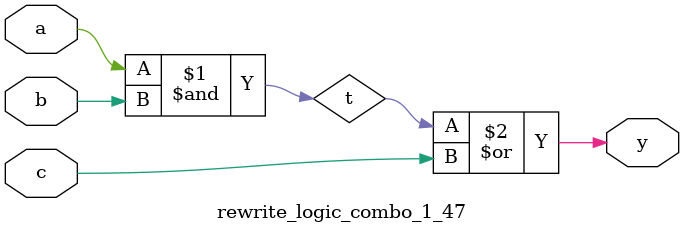
<source format=sv>
module rewrite_logic_combo_1_47(input logic a,b,c, output logic y);
  logic t;
  assign t = a & b;
  assign y = t | c;
endmodule

</source>
